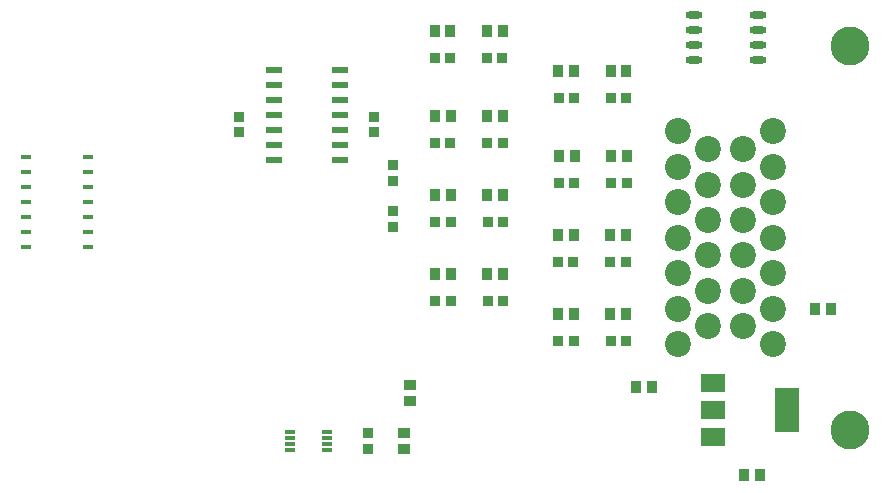
<source format=gbr>
%TF.GenerationSoftware,Altium Limited,Altium Designer,19.0.15 (446)*%
G04 Layer_Color=255*
%FSLAX26Y26*%
%MOIN*%
%TF.FileFunction,Pads,Bot*%
%TF.Part,Single*%
G01*
G75*
%TA.AperFunction,SMDPad,CuDef*%
%ADD10R,0.035433X0.039370*%
%ADD11R,0.039370X0.035433*%
%ADD20R,0.037402X0.033465*%
%ADD21R,0.033465X0.037402*%
%ADD22R,0.035000X0.016535*%
%ADD23R,0.057087X0.023622*%
%ADD24O,0.057087X0.023622*%
%TA.AperFunction,ComponentPad*%
%ADD33C,0.129921*%
%ADD34C,0.086614*%
%TA.AperFunction,SMDPad,CuDef*%
%ADD36R,0.078740X0.059055*%
%ADD37R,0.078740X0.149606*%
%ADD38R,0.035433X0.011811*%
D10*
X3145669Y376969D02*
D03*
X3198819D02*
D03*
X3506890Y82677D02*
D03*
X3560039D02*
D03*
X3744095Y636811D02*
D03*
X3797244D02*
D03*
X2703740Y753937D02*
D03*
X2650591D02*
D03*
X2476378D02*
D03*
X2529528D02*
D03*
X3114173Y1429134D02*
D03*
X3061024D02*
D03*
X2886811D02*
D03*
X2939961D02*
D03*
X2703740Y1017716D02*
D03*
X2650591D02*
D03*
X2476378D02*
D03*
X2529528D02*
D03*
X3116142Y1145669D02*
D03*
X3062992D02*
D03*
X2888779D02*
D03*
X2941929D02*
D03*
X2702756Y1279527D02*
D03*
X2649606D02*
D03*
X2475394D02*
D03*
X2528543D02*
D03*
X2701772Y1562992D02*
D03*
X2648622D02*
D03*
X2474409D02*
D03*
X2527559D02*
D03*
X3112205Y883858D02*
D03*
X3059055D02*
D03*
X2884843D02*
D03*
X2937992D02*
D03*
X2885827Y620079D02*
D03*
X2938976D02*
D03*
X3113189D02*
D03*
X3060039D02*
D03*
D11*
X2393701Y382874D02*
D03*
Y329724D02*
D03*
X2374213Y170276D02*
D03*
Y223425D02*
D03*
D20*
X2336614Y1116142D02*
D03*
Y1064961D02*
D03*
Y911417D02*
D03*
Y962598D02*
D03*
X2273622Y1227362D02*
D03*
Y1278543D02*
D03*
X1822835Y1227362D02*
D03*
Y1278543D02*
D03*
X2251968Y171260D02*
D03*
Y222441D02*
D03*
D21*
X2651575Y664370D02*
D03*
X2702756D02*
D03*
X2477362D02*
D03*
X2528543D02*
D03*
X3062008Y1339567D02*
D03*
X3113189D02*
D03*
X2887796D02*
D03*
X2938977D02*
D03*
X2651575Y928150D02*
D03*
X2702756D02*
D03*
X2477362D02*
D03*
X2528543D02*
D03*
X3063976Y1056102D02*
D03*
X3115157D02*
D03*
X2889764D02*
D03*
X2940945D02*
D03*
X2650591Y1189961D02*
D03*
X2701772D02*
D03*
X2476378D02*
D03*
X2527559D02*
D03*
X2649606Y1473425D02*
D03*
X2700787D02*
D03*
X2475394D02*
D03*
X2526575D02*
D03*
X3060039Y794291D02*
D03*
X3111220D02*
D03*
X2885827D02*
D03*
X2937008D02*
D03*
X2886811Y530512D02*
D03*
X2937992D02*
D03*
X3061024D02*
D03*
X3112205D02*
D03*
D22*
X1318898Y1143110D02*
D03*
Y1093110D02*
D03*
Y1043110D02*
D03*
Y993110D02*
D03*
Y943110D02*
D03*
Y893110D02*
D03*
Y843110D02*
D03*
X1114173Y1143110D02*
D03*
Y1093110D02*
D03*
Y1043110D02*
D03*
Y993110D02*
D03*
Y943110D02*
D03*
Y893110D02*
D03*
Y843110D02*
D03*
D23*
X2159449Y1434449D02*
D03*
Y1384449D02*
D03*
Y1334449D02*
D03*
Y1284449D02*
D03*
Y1234449D02*
D03*
Y1184449D02*
D03*
Y1134449D02*
D03*
X1938976Y1434449D02*
D03*
Y1384449D02*
D03*
Y1334449D02*
D03*
Y1284449D02*
D03*
Y1234449D02*
D03*
Y1184449D02*
D03*
Y1134449D02*
D03*
D24*
X3338583Y1466339D02*
D03*
Y1516339D02*
D03*
Y1566339D02*
D03*
Y1616339D02*
D03*
X3553150Y1466339D02*
D03*
Y1516339D02*
D03*
Y1566339D02*
D03*
Y1616339D02*
D03*
D33*
X3858268Y235236D02*
D03*
Y1514764D02*
D03*
D34*
X3287402Y1229331D02*
D03*
Y1111220D02*
D03*
Y993110D02*
D03*
Y875000D02*
D03*
Y756890D02*
D03*
Y638779D02*
D03*
Y520669D02*
D03*
X3385827Y1170276D02*
D03*
Y1052165D02*
D03*
Y934055D02*
D03*
Y815945D02*
D03*
Y697835D02*
D03*
Y579724D02*
D03*
X3503937Y1170276D02*
D03*
Y1052165D02*
D03*
Y934055D02*
D03*
Y815945D02*
D03*
Y697835D02*
D03*
Y579724D02*
D03*
X3602362Y1229331D02*
D03*
Y1111220D02*
D03*
Y993110D02*
D03*
Y875000D02*
D03*
Y756890D02*
D03*
Y638779D02*
D03*
Y520669D02*
D03*
D36*
X3402559Y209646D02*
D03*
Y300197D02*
D03*
Y390748D02*
D03*
D37*
X3650591Y300197D02*
D03*
D38*
X2116142Y227362D02*
D03*
Y207677D02*
D03*
Y187992D02*
D03*
Y168307D02*
D03*
X1994094Y227362D02*
D03*
Y207677D02*
D03*
Y187992D02*
D03*
Y168307D02*
D03*
%TF.MD5,d9b23953f1dfb8cbc993ff8d232aa328*%
M02*

</source>
